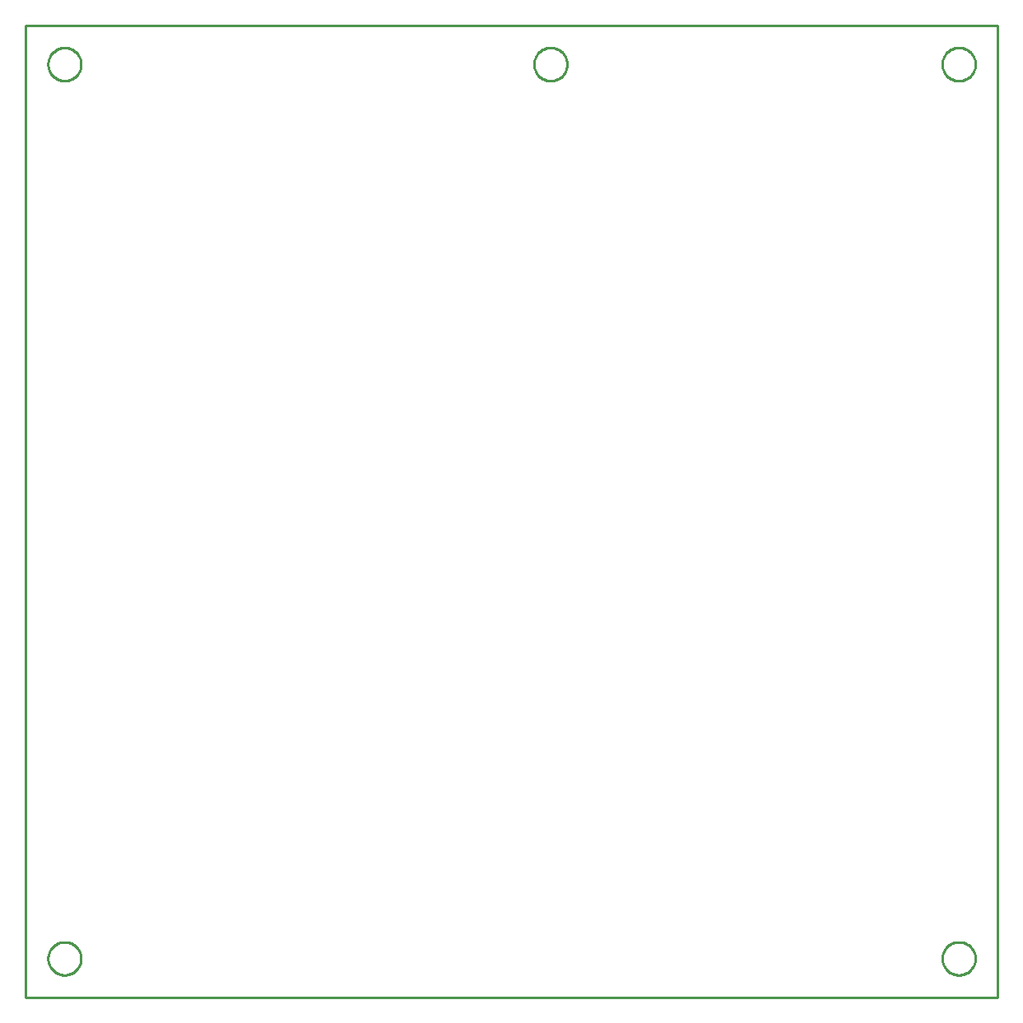
<source format=gbr>
G04 EAGLE Gerber RS-274X export*
G75*
%MOMM*%
%FSLAX34Y34*%
%LPD*%
%IN*%
%IPPOS*%
%AMOC8*
5,1,8,0,0,1.08239X$1,22.5*%
G01*
%ADD10C,0.254000*%


D10*
X0Y0D02*
X1000000Y0D01*
X1000000Y1000000D01*
X0Y1000000D01*
X0Y0D01*
X977000Y959443D02*
X976927Y958333D01*
X976782Y957229D01*
X976565Y956138D01*
X976277Y955063D01*
X975919Y954009D01*
X975493Y952980D01*
X975001Y951982D01*
X974444Y951018D01*
X973826Y950093D01*
X973148Y949210D01*
X972414Y948373D01*
X971627Y947586D01*
X970790Y946852D01*
X969907Y946174D01*
X968982Y945556D01*
X968018Y944999D01*
X967020Y944507D01*
X965991Y944081D01*
X964937Y943723D01*
X963862Y943435D01*
X962771Y943218D01*
X961667Y943073D01*
X960557Y943000D01*
X959443Y943000D01*
X958333Y943073D01*
X957229Y943218D01*
X956138Y943435D01*
X955063Y943723D01*
X954009Y944081D01*
X952980Y944507D01*
X951982Y944999D01*
X951018Y945556D01*
X950093Y946174D01*
X949210Y946852D01*
X948373Y947586D01*
X947586Y948373D01*
X946852Y949210D01*
X946174Y950093D01*
X945556Y951018D01*
X944999Y951982D01*
X944507Y952980D01*
X944081Y954009D01*
X943723Y955063D01*
X943435Y956138D01*
X943218Y957229D01*
X943073Y958333D01*
X943000Y959443D01*
X943000Y960557D01*
X943073Y961667D01*
X943218Y962771D01*
X943435Y963862D01*
X943723Y964937D01*
X944081Y965991D01*
X944507Y967020D01*
X944999Y968018D01*
X945556Y968982D01*
X946174Y969907D01*
X946852Y970790D01*
X947586Y971627D01*
X948373Y972414D01*
X949210Y973148D01*
X950093Y973826D01*
X951018Y974444D01*
X951982Y975001D01*
X952980Y975493D01*
X954009Y975919D01*
X955063Y976277D01*
X956138Y976565D01*
X957229Y976782D01*
X958333Y976927D01*
X959443Y977000D01*
X960557Y977000D01*
X961667Y976927D01*
X962771Y976782D01*
X963862Y976565D01*
X964937Y976277D01*
X965991Y975919D01*
X967020Y975493D01*
X968018Y975001D01*
X968982Y974444D01*
X969907Y973826D01*
X970790Y973148D01*
X971627Y972414D01*
X972414Y971627D01*
X973148Y970790D01*
X973826Y969907D01*
X974444Y968982D01*
X975001Y968018D01*
X975493Y967020D01*
X975919Y965991D01*
X976277Y964937D01*
X976565Y963862D01*
X976782Y962771D01*
X976927Y961667D01*
X977000Y960557D01*
X977000Y959443D01*
X57000Y959443D02*
X56927Y958333D01*
X56782Y957229D01*
X56565Y956138D01*
X56277Y955063D01*
X55919Y954009D01*
X55493Y952980D01*
X55001Y951982D01*
X54444Y951018D01*
X53826Y950093D01*
X53148Y949210D01*
X52414Y948373D01*
X51627Y947586D01*
X50790Y946852D01*
X49907Y946174D01*
X48982Y945556D01*
X48018Y944999D01*
X47020Y944507D01*
X45991Y944081D01*
X44937Y943723D01*
X43862Y943435D01*
X42771Y943218D01*
X41667Y943073D01*
X40557Y943000D01*
X39443Y943000D01*
X38333Y943073D01*
X37229Y943218D01*
X36138Y943435D01*
X35063Y943723D01*
X34009Y944081D01*
X32980Y944507D01*
X31982Y944999D01*
X31018Y945556D01*
X30093Y946174D01*
X29210Y946852D01*
X28373Y947586D01*
X27586Y948373D01*
X26852Y949210D01*
X26174Y950093D01*
X25556Y951018D01*
X24999Y951982D01*
X24507Y952980D01*
X24081Y954009D01*
X23723Y955063D01*
X23435Y956138D01*
X23218Y957229D01*
X23073Y958333D01*
X23000Y959443D01*
X23000Y960557D01*
X23073Y961667D01*
X23218Y962771D01*
X23435Y963862D01*
X23723Y964937D01*
X24081Y965991D01*
X24507Y967020D01*
X24999Y968018D01*
X25556Y968982D01*
X26174Y969907D01*
X26852Y970790D01*
X27586Y971627D01*
X28373Y972414D01*
X29210Y973148D01*
X30093Y973826D01*
X31018Y974444D01*
X31982Y975001D01*
X32980Y975493D01*
X34009Y975919D01*
X35063Y976277D01*
X36138Y976565D01*
X37229Y976782D01*
X38333Y976927D01*
X39443Y977000D01*
X40557Y977000D01*
X41667Y976927D01*
X42771Y976782D01*
X43862Y976565D01*
X44937Y976277D01*
X45991Y975919D01*
X47020Y975493D01*
X48018Y975001D01*
X48982Y974444D01*
X49907Y973826D01*
X50790Y973148D01*
X51627Y972414D01*
X52414Y971627D01*
X53148Y970790D01*
X53826Y969907D01*
X54444Y968982D01*
X55001Y968018D01*
X55493Y967020D01*
X55919Y965991D01*
X56277Y964937D01*
X56565Y963862D01*
X56782Y962771D01*
X56927Y961667D01*
X57000Y960557D01*
X57000Y959443D01*
X57000Y39443D02*
X56927Y38333D01*
X56782Y37229D01*
X56565Y36138D01*
X56277Y35063D01*
X55919Y34009D01*
X55493Y32980D01*
X55001Y31982D01*
X54444Y31018D01*
X53826Y30093D01*
X53148Y29210D01*
X52414Y28373D01*
X51627Y27586D01*
X50790Y26852D01*
X49907Y26174D01*
X48982Y25556D01*
X48018Y24999D01*
X47020Y24507D01*
X45991Y24081D01*
X44937Y23723D01*
X43862Y23435D01*
X42771Y23218D01*
X41667Y23073D01*
X40557Y23000D01*
X39443Y23000D01*
X38333Y23073D01*
X37229Y23218D01*
X36138Y23435D01*
X35063Y23723D01*
X34009Y24081D01*
X32980Y24507D01*
X31982Y24999D01*
X31018Y25556D01*
X30093Y26174D01*
X29210Y26852D01*
X28373Y27586D01*
X27586Y28373D01*
X26852Y29210D01*
X26174Y30093D01*
X25556Y31018D01*
X24999Y31982D01*
X24507Y32980D01*
X24081Y34009D01*
X23723Y35063D01*
X23435Y36138D01*
X23218Y37229D01*
X23073Y38333D01*
X23000Y39443D01*
X23000Y40557D01*
X23073Y41667D01*
X23218Y42771D01*
X23435Y43862D01*
X23723Y44937D01*
X24081Y45991D01*
X24507Y47020D01*
X24999Y48018D01*
X25556Y48982D01*
X26174Y49907D01*
X26852Y50790D01*
X27586Y51627D01*
X28373Y52414D01*
X29210Y53148D01*
X30093Y53826D01*
X31018Y54444D01*
X31982Y55001D01*
X32980Y55493D01*
X34009Y55919D01*
X35063Y56277D01*
X36138Y56565D01*
X37229Y56782D01*
X38333Y56927D01*
X39443Y57000D01*
X40557Y57000D01*
X41667Y56927D01*
X42771Y56782D01*
X43862Y56565D01*
X44937Y56277D01*
X45991Y55919D01*
X47020Y55493D01*
X48018Y55001D01*
X48982Y54444D01*
X49907Y53826D01*
X50790Y53148D01*
X51627Y52414D01*
X52414Y51627D01*
X53148Y50790D01*
X53826Y49907D01*
X54444Y48982D01*
X55001Y48018D01*
X55493Y47020D01*
X55919Y45991D01*
X56277Y44937D01*
X56565Y43862D01*
X56782Y42771D01*
X56927Y41667D01*
X57000Y40557D01*
X57000Y39443D01*
X977000Y39443D02*
X976927Y38333D01*
X976782Y37229D01*
X976565Y36138D01*
X976277Y35063D01*
X975919Y34009D01*
X975493Y32980D01*
X975001Y31982D01*
X974444Y31018D01*
X973826Y30093D01*
X973148Y29210D01*
X972414Y28373D01*
X971627Y27586D01*
X970790Y26852D01*
X969907Y26174D01*
X968982Y25556D01*
X968018Y24999D01*
X967020Y24507D01*
X965991Y24081D01*
X964937Y23723D01*
X963862Y23435D01*
X962771Y23218D01*
X961667Y23073D01*
X960557Y23000D01*
X959443Y23000D01*
X958333Y23073D01*
X957229Y23218D01*
X956138Y23435D01*
X955063Y23723D01*
X954009Y24081D01*
X952980Y24507D01*
X951982Y24999D01*
X951018Y25556D01*
X950093Y26174D01*
X949210Y26852D01*
X948373Y27586D01*
X947586Y28373D01*
X946852Y29210D01*
X946174Y30093D01*
X945556Y31018D01*
X944999Y31982D01*
X944507Y32980D01*
X944081Y34009D01*
X943723Y35063D01*
X943435Y36138D01*
X943218Y37229D01*
X943073Y38333D01*
X943000Y39443D01*
X943000Y40557D01*
X943073Y41667D01*
X943218Y42771D01*
X943435Y43862D01*
X943723Y44937D01*
X944081Y45991D01*
X944507Y47020D01*
X944999Y48018D01*
X945556Y48982D01*
X946174Y49907D01*
X946852Y50790D01*
X947586Y51627D01*
X948373Y52414D01*
X949210Y53148D01*
X950093Y53826D01*
X951018Y54444D01*
X951982Y55001D01*
X952980Y55493D01*
X954009Y55919D01*
X955063Y56277D01*
X956138Y56565D01*
X957229Y56782D01*
X958333Y56927D01*
X959443Y57000D01*
X960557Y57000D01*
X961667Y56927D01*
X962771Y56782D01*
X963862Y56565D01*
X964937Y56277D01*
X965991Y55919D01*
X967020Y55493D01*
X968018Y55001D01*
X968982Y54444D01*
X969907Y53826D01*
X970790Y53148D01*
X971627Y52414D01*
X972414Y51627D01*
X973148Y50790D01*
X973826Y49907D01*
X974444Y48982D01*
X975001Y48018D01*
X975493Y47020D01*
X975919Y45991D01*
X976277Y44937D01*
X976565Y43862D01*
X976782Y42771D01*
X976927Y41667D01*
X977000Y40557D01*
X977000Y39443D01*
X557000Y959443D02*
X556927Y958333D01*
X556782Y957229D01*
X556565Y956138D01*
X556277Y955063D01*
X555919Y954009D01*
X555493Y952980D01*
X555001Y951982D01*
X554444Y951018D01*
X553826Y950093D01*
X553148Y949210D01*
X552414Y948373D01*
X551627Y947586D01*
X550790Y946852D01*
X549907Y946174D01*
X548982Y945556D01*
X548018Y944999D01*
X547020Y944507D01*
X545991Y944081D01*
X544937Y943723D01*
X543862Y943435D01*
X542771Y943218D01*
X541667Y943073D01*
X540557Y943000D01*
X539443Y943000D01*
X538333Y943073D01*
X537229Y943218D01*
X536138Y943435D01*
X535063Y943723D01*
X534009Y944081D01*
X532980Y944507D01*
X531982Y944999D01*
X531018Y945556D01*
X530093Y946174D01*
X529210Y946852D01*
X528373Y947586D01*
X527586Y948373D01*
X526852Y949210D01*
X526174Y950093D01*
X525556Y951018D01*
X524999Y951982D01*
X524507Y952980D01*
X524081Y954009D01*
X523723Y955063D01*
X523435Y956138D01*
X523218Y957229D01*
X523073Y958333D01*
X523000Y959443D01*
X523000Y960557D01*
X523073Y961667D01*
X523218Y962771D01*
X523435Y963862D01*
X523723Y964937D01*
X524081Y965991D01*
X524507Y967020D01*
X524999Y968018D01*
X525556Y968982D01*
X526174Y969907D01*
X526852Y970790D01*
X527586Y971627D01*
X528373Y972414D01*
X529210Y973148D01*
X530093Y973826D01*
X531018Y974444D01*
X531982Y975001D01*
X532980Y975493D01*
X534009Y975919D01*
X535063Y976277D01*
X536138Y976565D01*
X537229Y976782D01*
X538333Y976927D01*
X539443Y977000D01*
X540557Y977000D01*
X541667Y976927D01*
X542771Y976782D01*
X543862Y976565D01*
X544937Y976277D01*
X545991Y975919D01*
X547020Y975493D01*
X548018Y975001D01*
X548982Y974444D01*
X549907Y973826D01*
X550790Y973148D01*
X551627Y972414D01*
X552414Y971627D01*
X553148Y970790D01*
X553826Y969907D01*
X554444Y968982D01*
X555001Y968018D01*
X555493Y967020D01*
X555919Y965991D01*
X556277Y964937D01*
X556565Y963862D01*
X556782Y962771D01*
X556927Y961667D01*
X557000Y960557D01*
X557000Y959443D01*
M02*

</source>
